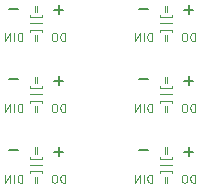
<source format=gbo>
%TF.GenerationSoftware,KiCad,Pcbnew,8.0.0*%
%TF.CreationDate,2024-03-11T21:29:40-07:00*%
%TF.ProjectId,Pinlight_panel,50696e6c-6967-4687-945f-70616e656c2e,rev?*%
%TF.SameCoordinates,Original*%
%TF.FileFunction,Legend,Bot*%
%TF.FilePolarity,Positive*%
%FSLAX46Y46*%
G04 Gerber Fmt 4.6, Leading zero omitted, Abs format (unit mm)*
G04 Created by KiCad (PCBNEW 8.0.0) date 2024-03-11 21:29:40*
%MOMM*%
%LPD*%
G01*
G04 APERTURE LIST*
%ADD10C,0.200000*%
%ADD11C,0.100000*%
%ADD12C,1.100000*%
%ADD13C,0.500000*%
%ADD14C,1.000000*%
G04 APERTURE END LIST*
D10*
X155519048Y-27870766D02*
X156280953Y-27870766D01*
X155900000Y-28251719D02*
X155900000Y-27489814D01*
D11*
X156449999Y-42518133D02*
X156449999Y-41818133D01*
X156449999Y-41818133D02*
X156283332Y-41818133D01*
X156283332Y-41818133D02*
X156183332Y-41851466D01*
X156183332Y-41851466D02*
X156116666Y-41918133D01*
X156116666Y-41918133D02*
X156083332Y-41984800D01*
X156083332Y-41984800D02*
X156049999Y-42118133D01*
X156049999Y-42118133D02*
X156049999Y-42218133D01*
X156049999Y-42218133D02*
X156083332Y-42351466D01*
X156083332Y-42351466D02*
X156116666Y-42418133D01*
X156116666Y-42418133D02*
X156183332Y-42484800D01*
X156183332Y-42484800D02*
X156283332Y-42518133D01*
X156283332Y-42518133D02*
X156449999Y-42518133D01*
X155616666Y-41818133D02*
X155483332Y-41818133D01*
X155483332Y-41818133D02*
X155416666Y-41851466D01*
X155416666Y-41851466D02*
X155349999Y-41918133D01*
X155349999Y-41918133D02*
X155316666Y-42051466D01*
X155316666Y-42051466D02*
X155316666Y-42284800D01*
X155316666Y-42284800D02*
X155349999Y-42418133D01*
X155349999Y-42418133D02*
X155416666Y-42484800D01*
X155416666Y-42484800D02*
X155483332Y-42518133D01*
X155483332Y-42518133D02*
X155616666Y-42518133D01*
X155616666Y-42518133D02*
X155683332Y-42484800D01*
X155683332Y-42484800D02*
X155749999Y-42418133D01*
X155749999Y-42418133D02*
X155783332Y-42284800D01*
X155783332Y-42284800D02*
X155783332Y-42051466D01*
X155783332Y-42051466D02*
X155749999Y-41918133D01*
X155749999Y-41918133D02*
X155683332Y-41851466D01*
X155683332Y-41851466D02*
X155616666Y-41818133D01*
X143089200Y-42528711D02*
X143089200Y-41995378D01*
X142889200Y-41995378D02*
X142889200Y-42528711D01*
X142489200Y-41728711D02*
X142489200Y-41562044D01*
X142489200Y-41562044D02*
X143489200Y-41562044D01*
X143489200Y-41562044D02*
X143489200Y-41728711D01*
X142489200Y-41028710D02*
X143489200Y-41028710D01*
X142489200Y-40328710D02*
X142489200Y-40495377D01*
X142489200Y-40495377D02*
X143489200Y-40495377D01*
X143489200Y-40495377D02*
X143489200Y-40328710D01*
X143089200Y-40062043D02*
X143089200Y-39528710D01*
X142889200Y-39528710D02*
X142889200Y-40062043D01*
X141816666Y-30518133D02*
X141816666Y-29818133D01*
X141816666Y-29818133D02*
X141649999Y-29818133D01*
X141649999Y-29818133D02*
X141549999Y-29851466D01*
X141549999Y-29851466D02*
X141483333Y-29918133D01*
X141483333Y-29918133D02*
X141449999Y-29984800D01*
X141449999Y-29984800D02*
X141416666Y-30118133D01*
X141416666Y-30118133D02*
X141416666Y-30218133D01*
X141416666Y-30218133D02*
X141449999Y-30351466D01*
X141449999Y-30351466D02*
X141483333Y-30418133D01*
X141483333Y-30418133D02*
X141549999Y-30484800D01*
X141549999Y-30484800D02*
X141649999Y-30518133D01*
X141649999Y-30518133D02*
X141816666Y-30518133D01*
X141116666Y-30518133D02*
X141116666Y-29818133D01*
X140783333Y-30518133D02*
X140783333Y-29818133D01*
X140783333Y-29818133D02*
X140383333Y-30518133D01*
X140383333Y-30518133D02*
X140383333Y-29818133D01*
D10*
X151719048Y-27770766D02*
X152480953Y-27770766D01*
X151719048Y-33770766D02*
X152480953Y-33770766D01*
X140719048Y-39770766D02*
X141480953Y-39770766D01*
X151719048Y-39770766D02*
X152480953Y-39770766D01*
D11*
X154089200Y-30528711D02*
X154089200Y-29995378D01*
X153889200Y-29995378D02*
X153889200Y-30528711D01*
X153489200Y-29728711D02*
X153489200Y-29562044D01*
X153489200Y-29562044D02*
X154489200Y-29562044D01*
X154489200Y-29562044D02*
X154489200Y-29728711D01*
X153489200Y-29028710D02*
X154489200Y-29028710D01*
X153489200Y-28328710D02*
X153489200Y-28495377D01*
X153489200Y-28495377D02*
X154489200Y-28495377D01*
X154489200Y-28495377D02*
X154489200Y-28328710D01*
X154089200Y-28062043D02*
X154089200Y-27528710D01*
X153889200Y-27528710D02*
X153889200Y-28062043D01*
D10*
X155519048Y-39870766D02*
X156280953Y-39870766D01*
X155900000Y-40251719D02*
X155900000Y-39489814D01*
X140719048Y-33770766D02*
X141480953Y-33770766D01*
D11*
X145449999Y-30518133D02*
X145449999Y-29818133D01*
X145449999Y-29818133D02*
X145283332Y-29818133D01*
X145283332Y-29818133D02*
X145183332Y-29851466D01*
X145183332Y-29851466D02*
X145116666Y-29918133D01*
X145116666Y-29918133D02*
X145083332Y-29984800D01*
X145083332Y-29984800D02*
X145049999Y-30118133D01*
X145049999Y-30118133D02*
X145049999Y-30218133D01*
X145049999Y-30218133D02*
X145083332Y-30351466D01*
X145083332Y-30351466D02*
X145116666Y-30418133D01*
X145116666Y-30418133D02*
X145183332Y-30484800D01*
X145183332Y-30484800D02*
X145283332Y-30518133D01*
X145283332Y-30518133D02*
X145449999Y-30518133D01*
X144616666Y-29818133D02*
X144483332Y-29818133D01*
X144483332Y-29818133D02*
X144416666Y-29851466D01*
X144416666Y-29851466D02*
X144349999Y-29918133D01*
X144349999Y-29918133D02*
X144316666Y-30051466D01*
X144316666Y-30051466D02*
X144316666Y-30284800D01*
X144316666Y-30284800D02*
X144349999Y-30418133D01*
X144349999Y-30418133D02*
X144416666Y-30484800D01*
X144416666Y-30484800D02*
X144483332Y-30518133D01*
X144483332Y-30518133D02*
X144616666Y-30518133D01*
X144616666Y-30518133D02*
X144683332Y-30484800D01*
X144683332Y-30484800D02*
X144749999Y-30418133D01*
X144749999Y-30418133D02*
X144783332Y-30284800D01*
X144783332Y-30284800D02*
X144783332Y-30051466D01*
X144783332Y-30051466D02*
X144749999Y-29918133D01*
X144749999Y-29918133D02*
X144683332Y-29851466D01*
X144683332Y-29851466D02*
X144616666Y-29818133D01*
X145449999Y-36518133D02*
X145449999Y-35818133D01*
X145449999Y-35818133D02*
X145283332Y-35818133D01*
X145283332Y-35818133D02*
X145183332Y-35851466D01*
X145183332Y-35851466D02*
X145116666Y-35918133D01*
X145116666Y-35918133D02*
X145083332Y-35984800D01*
X145083332Y-35984800D02*
X145049999Y-36118133D01*
X145049999Y-36118133D02*
X145049999Y-36218133D01*
X145049999Y-36218133D02*
X145083332Y-36351466D01*
X145083332Y-36351466D02*
X145116666Y-36418133D01*
X145116666Y-36418133D02*
X145183332Y-36484800D01*
X145183332Y-36484800D02*
X145283332Y-36518133D01*
X145283332Y-36518133D02*
X145449999Y-36518133D01*
X144616666Y-35818133D02*
X144483332Y-35818133D01*
X144483332Y-35818133D02*
X144416666Y-35851466D01*
X144416666Y-35851466D02*
X144349999Y-35918133D01*
X144349999Y-35918133D02*
X144316666Y-36051466D01*
X144316666Y-36051466D02*
X144316666Y-36284800D01*
X144316666Y-36284800D02*
X144349999Y-36418133D01*
X144349999Y-36418133D02*
X144416666Y-36484800D01*
X144416666Y-36484800D02*
X144483332Y-36518133D01*
X144483332Y-36518133D02*
X144616666Y-36518133D01*
X144616666Y-36518133D02*
X144683332Y-36484800D01*
X144683332Y-36484800D02*
X144749999Y-36418133D01*
X144749999Y-36418133D02*
X144783332Y-36284800D01*
X144783332Y-36284800D02*
X144783332Y-36051466D01*
X144783332Y-36051466D02*
X144749999Y-35918133D01*
X144749999Y-35918133D02*
X144683332Y-35851466D01*
X144683332Y-35851466D02*
X144616666Y-35818133D01*
D10*
X155519048Y-33870766D02*
X156280953Y-33870766D01*
X155900000Y-34251719D02*
X155900000Y-33489814D01*
D11*
X152816666Y-30518133D02*
X152816666Y-29818133D01*
X152816666Y-29818133D02*
X152649999Y-29818133D01*
X152649999Y-29818133D02*
X152549999Y-29851466D01*
X152549999Y-29851466D02*
X152483333Y-29918133D01*
X152483333Y-29918133D02*
X152449999Y-29984800D01*
X152449999Y-29984800D02*
X152416666Y-30118133D01*
X152416666Y-30118133D02*
X152416666Y-30218133D01*
X152416666Y-30218133D02*
X152449999Y-30351466D01*
X152449999Y-30351466D02*
X152483333Y-30418133D01*
X152483333Y-30418133D02*
X152549999Y-30484800D01*
X152549999Y-30484800D02*
X152649999Y-30518133D01*
X152649999Y-30518133D02*
X152816666Y-30518133D01*
X152116666Y-30518133D02*
X152116666Y-29818133D01*
X151783333Y-30518133D02*
X151783333Y-29818133D01*
X151783333Y-29818133D02*
X151383333Y-30518133D01*
X151383333Y-30518133D02*
X151383333Y-29818133D01*
X156449999Y-36518133D02*
X156449999Y-35818133D01*
X156449999Y-35818133D02*
X156283332Y-35818133D01*
X156283332Y-35818133D02*
X156183332Y-35851466D01*
X156183332Y-35851466D02*
X156116666Y-35918133D01*
X156116666Y-35918133D02*
X156083332Y-35984800D01*
X156083332Y-35984800D02*
X156049999Y-36118133D01*
X156049999Y-36118133D02*
X156049999Y-36218133D01*
X156049999Y-36218133D02*
X156083332Y-36351466D01*
X156083332Y-36351466D02*
X156116666Y-36418133D01*
X156116666Y-36418133D02*
X156183332Y-36484800D01*
X156183332Y-36484800D02*
X156283332Y-36518133D01*
X156283332Y-36518133D02*
X156449999Y-36518133D01*
X155616666Y-35818133D02*
X155483332Y-35818133D01*
X155483332Y-35818133D02*
X155416666Y-35851466D01*
X155416666Y-35851466D02*
X155349999Y-35918133D01*
X155349999Y-35918133D02*
X155316666Y-36051466D01*
X155316666Y-36051466D02*
X155316666Y-36284800D01*
X155316666Y-36284800D02*
X155349999Y-36418133D01*
X155349999Y-36418133D02*
X155416666Y-36484800D01*
X155416666Y-36484800D02*
X155483332Y-36518133D01*
X155483332Y-36518133D02*
X155616666Y-36518133D01*
X155616666Y-36518133D02*
X155683332Y-36484800D01*
X155683332Y-36484800D02*
X155749999Y-36418133D01*
X155749999Y-36418133D02*
X155783332Y-36284800D01*
X155783332Y-36284800D02*
X155783332Y-36051466D01*
X155783332Y-36051466D02*
X155749999Y-35918133D01*
X155749999Y-35918133D02*
X155683332Y-35851466D01*
X155683332Y-35851466D02*
X155616666Y-35818133D01*
X154089200Y-42528711D02*
X154089200Y-41995378D01*
X153889200Y-41995378D02*
X153889200Y-42528711D01*
X153489200Y-41728711D02*
X153489200Y-41562044D01*
X153489200Y-41562044D02*
X154489200Y-41562044D01*
X154489200Y-41562044D02*
X154489200Y-41728711D01*
X153489200Y-41028710D02*
X154489200Y-41028710D01*
X153489200Y-40328710D02*
X153489200Y-40495377D01*
X153489200Y-40495377D02*
X154489200Y-40495377D01*
X154489200Y-40495377D02*
X154489200Y-40328710D01*
X154089200Y-40062043D02*
X154089200Y-39528710D01*
X153889200Y-39528710D02*
X153889200Y-40062043D01*
X152816666Y-36518133D02*
X152816666Y-35818133D01*
X152816666Y-35818133D02*
X152649999Y-35818133D01*
X152649999Y-35818133D02*
X152549999Y-35851466D01*
X152549999Y-35851466D02*
X152483333Y-35918133D01*
X152483333Y-35918133D02*
X152449999Y-35984800D01*
X152449999Y-35984800D02*
X152416666Y-36118133D01*
X152416666Y-36118133D02*
X152416666Y-36218133D01*
X152416666Y-36218133D02*
X152449999Y-36351466D01*
X152449999Y-36351466D02*
X152483333Y-36418133D01*
X152483333Y-36418133D02*
X152549999Y-36484800D01*
X152549999Y-36484800D02*
X152649999Y-36518133D01*
X152649999Y-36518133D02*
X152816666Y-36518133D01*
X152116666Y-36518133D02*
X152116666Y-35818133D01*
X151783333Y-36518133D02*
X151783333Y-35818133D01*
X151783333Y-35818133D02*
X151383333Y-36518133D01*
X151383333Y-36518133D02*
X151383333Y-35818133D01*
X143089200Y-30528711D02*
X143089200Y-29995378D01*
X142889200Y-29995378D02*
X142889200Y-30528711D01*
X142489200Y-29728711D02*
X142489200Y-29562044D01*
X142489200Y-29562044D02*
X143489200Y-29562044D01*
X143489200Y-29562044D02*
X143489200Y-29728711D01*
X142489200Y-29028710D02*
X143489200Y-29028710D01*
X142489200Y-28328710D02*
X142489200Y-28495377D01*
X142489200Y-28495377D02*
X143489200Y-28495377D01*
X143489200Y-28495377D02*
X143489200Y-28328710D01*
X143089200Y-28062043D02*
X143089200Y-27528710D01*
X142889200Y-27528710D02*
X142889200Y-28062043D01*
X141816666Y-42518133D02*
X141816666Y-41818133D01*
X141816666Y-41818133D02*
X141649999Y-41818133D01*
X141649999Y-41818133D02*
X141549999Y-41851466D01*
X141549999Y-41851466D02*
X141483333Y-41918133D01*
X141483333Y-41918133D02*
X141449999Y-41984800D01*
X141449999Y-41984800D02*
X141416666Y-42118133D01*
X141416666Y-42118133D02*
X141416666Y-42218133D01*
X141416666Y-42218133D02*
X141449999Y-42351466D01*
X141449999Y-42351466D02*
X141483333Y-42418133D01*
X141483333Y-42418133D02*
X141549999Y-42484800D01*
X141549999Y-42484800D02*
X141649999Y-42518133D01*
X141649999Y-42518133D02*
X141816666Y-42518133D01*
X141116666Y-42518133D02*
X141116666Y-41818133D01*
X140783333Y-42518133D02*
X140783333Y-41818133D01*
X140783333Y-41818133D02*
X140383333Y-42518133D01*
X140383333Y-42518133D02*
X140383333Y-41818133D01*
X156449999Y-30518133D02*
X156449999Y-29818133D01*
X156449999Y-29818133D02*
X156283332Y-29818133D01*
X156283332Y-29818133D02*
X156183332Y-29851466D01*
X156183332Y-29851466D02*
X156116666Y-29918133D01*
X156116666Y-29918133D02*
X156083332Y-29984800D01*
X156083332Y-29984800D02*
X156049999Y-30118133D01*
X156049999Y-30118133D02*
X156049999Y-30218133D01*
X156049999Y-30218133D02*
X156083332Y-30351466D01*
X156083332Y-30351466D02*
X156116666Y-30418133D01*
X156116666Y-30418133D02*
X156183332Y-30484800D01*
X156183332Y-30484800D02*
X156283332Y-30518133D01*
X156283332Y-30518133D02*
X156449999Y-30518133D01*
X155616666Y-29818133D02*
X155483332Y-29818133D01*
X155483332Y-29818133D02*
X155416666Y-29851466D01*
X155416666Y-29851466D02*
X155349999Y-29918133D01*
X155349999Y-29918133D02*
X155316666Y-30051466D01*
X155316666Y-30051466D02*
X155316666Y-30284800D01*
X155316666Y-30284800D02*
X155349999Y-30418133D01*
X155349999Y-30418133D02*
X155416666Y-30484800D01*
X155416666Y-30484800D02*
X155483332Y-30518133D01*
X155483332Y-30518133D02*
X155616666Y-30518133D01*
X155616666Y-30518133D02*
X155683332Y-30484800D01*
X155683332Y-30484800D02*
X155749999Y-30418133D01*
X155749999Y-30418133D02*
X155783332Y-30284800D01*
X155783332Y-30284800D02*
X155783332Y-30051466D01*
X155783332Y-30051466D02*
X155749999Y-29918133D01*
X155749999Y-29918133D02*
X155683332Y-29851466D01*
X155683332Y-29851466D02*
X155616666Y-29818133D01*
X145449999Y-42518133D02*
X145449999Y-41818133D01*
X145449999Y-41818133D02*
X145283332Y-41818133D01*
X145283332Y-41818133D02*
X145183332Y-41851466D01*
X145183332Y-41851466D02*
X145116666Y-41918133D01*
X145116666Y-41918133D02*
X145083332Y-41984800D01*
X145083332Y-41984800D02*
X145049999Y-42118133D01*
X145049999Y-42118133D02*
X145049999Y-42218133D01*
X145049999Y-42218133D02*
X145083332Y-42351466D01*
X145083332Y-42351466D02*
X145116666Y-42418133D01*
X145116666Y-42418133D02*
X145183332Y-42484800D01*
X145183332Y-42484800D02*
X145283332Y-42518133D01*
X145283332Y-42518133D02*
X145449999Y-42518133D01*
X144616666Y-41818133D02*
X144483332Y-41818133D01*
X144483332Y-41818133D02*
X144416666Y-41851466D01*
X144416666Y-41851466D02*
X144349999Y-41918133D01*
X144349999Y-41918133D02*
X144316666Y-42051466D01*
X144316666Y-42051466D02*
X144316666Y-42284800D01*
X144316666Y-42284800D02*
X144349999Y-42418133D01*
X144349999Y-42418133D02*
X144416666Y-42484800D01*
X144416666Y-42484800D02*
X144483332Y-42518133D01*
X144483332Y-42518133D02*
X144616666Y-42518133D01*
X144616666Y-42518133D02*
X144683332Y-42484800D01*
X144683332Y-42484800D02*
X144749999Y-42418133D01*
X144749999Y-42418133D02*
X144783332Y-42284800D01*
X144783332Y-42284800D02*
X144783332Y-42051466D01*
X144783332Y-42051466D02*
X144749999Y-41918133D01*
X144749999Y-41918133D02*
X144683332Y-41851466D01*
X144683332Y-41851466D02*
X144616666Y-41818133D01*
X143089200Y-36528711D02*
X143089200Y-35995378D01*
X142889200Y-35995378D02*
X142889200Y-36528711D01*
X142489200Y-35728711D02*
X142489200Y-35562044D01*
X142489200Y-35562044D02*
X143489200Y-35562044D01*
X143489200Y-35562044D02*
X143489200Y-35728711D01*
X142489200Y-35028710D02*
X143489200Y-35028710D01*
X142489200Y-34328710D02*
X142489200Y-34495377D01*
X142489200Y-34495377D02*
X143489200Y-34495377D01*
X143489200Y-34495377D02*
X143489200Y-34328710D01*
X143089200Y-34062043D02*
X143089200Y-33528710D01*
X142889200Y-33528710D02*
X142889200Y-34062043D01*
D10*
X140719048Y-27770766D02*
X141480953Y-27770766D01*
X144519048Y-33870766D02*
X145280953Y-33870766D01*
X144900000Y-34251719D02*
X144900000Y-33489814D01*
D11*
X152816666Y-42518133D02*
X152816666Y-41818133D01*
X152816666Y-41818133D02*
X152649999Y-41818133D01*
X152649999Y-41818133D02*
X152549999Y-41851466D01*
X152549999Y-41851466D02*
X152483333Y-41918133D01*
X152483333Y-41918133D02*
X152449999Y-41984800D01*
X152449999Y-41984800D02*
X152416666Y-42118133D01*
X152416666Y-42118133D02*
X152416666Y-42218133D01*
X152416666Y-42218133D02*
X152449999Y-42351466D01*
X152449999Y-42351466D02*
X152483333Y-42418133D01*
X152483333Y-42418133D02*
X152549999Y-42484800D01*
X152549999Y-42484800D02*
X152649999Y-42518133D01*
X152649999Y-42518133D02*
X152816666Y-42518133D01*
X152116666Y-42518133D02*
X152116666Y-41818133D01*
X151783333Y-42518133D02*
X151783333Y-41818133D01*
X151783333Y-41818133D02*
X151383333Y-42518133D01*
X151383333Y-42518133D02*
X151383333Y-41818133D01*
D10*
X144519048Y-27870766D02*
X145280953Y-27870766D01*
X144900000Y-28251719D02*
X144900000Y-27489814D01*
D11*
X154089200Y-36528711D02*
X154089200Y-35995378D01*
X153889200Y-35995378D02*
X153889200Y-36528711D01*
X153489200Y-35728711D02*
X153489200Y-35562044D01*
X153489200Y-35562044D02*
X154489200Y-35562044D01*
X154489200Y-35562044D02*
X154489200Y-35728711D01*
X153489200Y-35028710D02*
X154489200Y-35028710D01*
X153489200Y-34328710D02*
X153489200Y-34495377D01*
X153489200Y-34495377D02*
X154489200Y-34495377D01*
X154489200Y-34495377D02*
X154489200Y-34328710D01*
X154089200Y-34062043D02*
X154089200Y-33528710D01*
X153889200Y-33528710D02*
X153889200Y-34062043D01*
D10*
X144519048Y-39870766D02*
X145280953Y-39870766D01*
X144900000Y-40251719D02*
X144900000Y-39489814D01*
D11*
X141816666Y-36518133D02*
X141816666Y-35818133D01*
X141816666Y-35818133D02*
X141649999Y-35818133D01*
X141649999Y-35818133D02*
X141549999Y-35851466D01*
X141549999Y-35851466D02*
X141483333Y-35918133D01*
X141483333Y-35918133D02*
X141449999Y-35984800D01*
X141449999Y-35984800D02*
X141416666Y-36118133D01*
X141416666Y-36118133D02*
X141416666Y-36218133D01*
X141416666Y-36218133D02*
X141449999Y-36351466D01*
X141449999Y-36351466D02*
X141483333Y-36418133D01*
X141483333Y-36418133D02*
X141549999Y-36484800D01*
X141549999Y-36484800D02*
X141649999Y-36518133D01*
X141649999Y-36518133D02*
X141816666Y-36518133D01*
X141116666Y-36518133D02*
X141116666Y-35818133D01*
X140783333Y-36518133D02*
X140783333Y-35818133D01*
X140783333Y-35818133D02*
X140383333Y-36518133D01*
X140383333Y-36518133D02*
X140383333Y-35818133D01*
%LPC*%
D12*
%TO.C,KiKit_TO_3*%
X142500000Y-47499500D03*
%TD*%
D13*
%TO.C,KiKit_MB_12_2*%
X154000000Y-42999500D03*
%TD*%
%TO.C,KiKit_MB_3_2*%
X154000000Y-26999979D03*
%TD*%
%TO.C,KiKit_MB_2_3*%
X142000000Y-30999500D03*
%TD*%
D14*
%TO.C,H2*%
X146700000Y-42199500D03*
%TD*%
D13*
%TO.C,KiKit_MB_9_3*%
X144000000Y-38999851D03*
%TD*%
D14*
%TO.C,H4*%
X139300000Y-39799500D03*
%TD*%
D12*
%TO.C,KiKit_TO_4*%
X154500000Y-47499500D03*
%TD*%
%TO.C,KiKit_TO_1*%
X142500000Y-22500000D03*
%TD*%
D13*
%TO.C,KiKit_MB_11_1*%
X153000000Y-39000106D03*
%TD*%
%TO.C,KiKit_MB_11_2*%
X154000000Y-38999978D03*
%TD*%
%TO.C,KiKit_MB_1_2*%
X143000000Y-26999979D03*
%TD*%
%TO.C,KiKit_MB_1_1*%
X142000000Y-27000107D03*
%TD*%
D14*
%TO.C,H1*%
X146700000Y-33799500D03*
%TD*%
D13*
%TO.C,KiKit_MB_7_2*%
X154000000Y-32999978D03*
%TD*%
%TO.C,KiKit_MB_6_1*%
X144000000Y-36999500D03*
%TD*%
D14*
%TO.C,H1*%
X146700000Y-39799500D03*
%TD*%
D13*
%TO.C,KiKit_MB_7_1*%
X153000000Y-33000106D03*
%TD*%
%TO.C,KiKit_MB_4_2*%
X154000000Y-30999500D03*
%TD*%
%TO.C,KiKit_MB_1_3*%
X144000000Y-26999852D03*
%TD*%
%TO.C,KiKit_MB_2_2*%
X143000000Y-30999500D03*
%TD*%
D14*
%TO.C,H3*%
X150300000Y-36199500D03*
%TD*%
%TO.C,H3*%
X150300000Y-42199500D03*
%TD*%
D13*
%TO.C,KiKit_MB_11_3*%
X155000000Y-38999851D03*
%TD*%
%TO.C,KiKit_MB_5_2*%
X143000000Y-32999978D03*
%TD*%
D14*
%TO.C,H1*%
X157700000Y-33799500D03*
%TD*%
D13*
%TO.C,KiKit_MB_3_1*%
X153000000Y-27000107D03*
%TD*%
%TO.C,KiKit_MB_6_2*%
X143000000Y-36999500D03*
%TD*%
D14*
%TO.C,H4*%
X150300000Y-27799500D03*
%TD*%
D13*
%TO.C,KiKit_MB_4_1*%
X155000000Y-30999500D03*
%TD*%
%TO.C,KiKit_MB_8_3*%
X153000000Y-36999500D03*
%TD*%
%TO.C,KiKit_MB_8_2*%
X154000000Y-36999500D03*
%TD*%
D14*
%TO.C,H2*%
X146700000Y-36199500D03*
%TD*%
D13*
%TO.C,KiKit_MB_9_1*%
X142000000Y-39000106D03*
%TD*%
D14*
%TO.C,H2*%
X157700000Y-36199500D03*
%TD*%
%TO.C,H3*%
X139300000Y-42199500D03*
%TD*%
%TO.C,H1*%
X157700000Y-39799500D03*
%TD*%
D13*
%TO.C,KiKit_MB_5_1*%
X142000000Y-33000106D03*
%TD*%
%TO.C,KiKit_MB_10_3*%
X142000000Y-42999500D03*
%TD*%
D14*
%TO.C,H3*%
X150300000Y-30199500D03*
%TD*%
%TO.C,H4*%
X139300000Y-33799500D03*
%TD*%
D13*
%TO.C,KiKit_MB_4_3*%
X153000000Y-30999500D03*
%TD*%
D12*
%TO.C,KiKit_TO_2*%
X154500000Y-22500000D03*
%TD*%
D14*
%TO.C,H4*%
X150300000Y-39799500D03*
%TD*%
%TO.C,H1*%
X146700000Y-27799500D03*
%TD*%
D13*
%TO.C,KiKit_MB_10_2*%
X143000000Y-42999500D03*
%TD*%
%TO.C,KiKit_MB_2_1*%
X144000000Y-30999500D03*
%TD*%
%TO.C,KiKit_MB_12_3*%
X153000000Y-42999500D03*
%TD*%
D14*
%TO.C,H2*%
X146700000Y-30199500D03*
%TD*%
D13*
%TO.C,KiKit_MB_7_3*%
X155000000Y-32999851D03*
%TD*%
%TO.C,KiKit_MB_12_1*%
X155000000Y-42999500D03*
%TD*%
%TO.C,KiKit_MB_6_3*%
X142000000Y-36999500D03*
%TD*%
D14*
%TO.C,H1*%
X157700000Y-27799500D03*
%TD*%
D13*
%TO.C,KiKit_MB_3_3*%
X155000000Y-26999852D03*
%TD*%
%TO.C,KiKit_MB_10_1*%
X144000000Y-42999500D03*
%TD*%
D14*
%TO.C,H2*%
X157700000Y-30199500D03*
%TD*%
%TO.C,H3*%
X139300000Y-36199500D03*
%TD*%
D13*
%TO.C,KiKit_MB_5_3*%
X144000000Y-32999851D03*
%TD*%
D14*
%TO.C,H4*%
X150300000Y-33799500D03*
%TD*%
D13*
%TO.C,KiKit_MB_8_1*%
X155000000Y-36999500D03*
%TD*%
%TO.C,KiKit_MB_9_2*%
X143000000Y-38999978D03*
%TD*%
D14*
%TO.C,H3*%
X139300000Y-30199500D03*
%TD*%
%TO.C,H2*%
X157700000Y-42199500D03*
%TD*%
%TO.C,H4*%
X139300000Y-27799500D03*
%TD*%
G36*
X151093039Y-41269185D02*
G01*
X151138794Y-41321989D01*
X151150000Y-41373500D01*
X151150000Y-42875500D01*
X151130315Y-42942539D01*
X151077511Y-42988294D01*
X151026000Y-42999500D01*
X150251719Y-42999500D01*
X150248248Y-42999451D01*
X150177974Y-42997483D01*
X150153852Y-42994423D01*
X150015127Y-42962760D01*
X149988918Y-42953589D01*
X149862300Y-42892613D01*
X149838789Y-42877840D01*
X149728915Y-42790218D01*
X149709281Y-42770584D01*
X149621659Y-42660710D01*
X149606886Y-42637199D01*
X149545910Y-42510581D01*
X149536739Y-42484372D01*
X149505076Y-42345647D01*
X149502016Y-42321523D01*
X149500049Y-42251249D01*
X149500000Y-42247780D01*
X149500000Y-41373500D01*
X149519685Y-41306461D01*
X149572489Y-41260706D01*
X149624000Y-41249500D01*
X151026000Y-41249500D01*
X151093039Y-41269185D01*
G37*
G36*
X140093039Y-41269185D02*
G01*
X140138794Y-41321989D01*
X140150000Y-41373500D01*
X140150000Y-42875500D01*
X140130315Y-42942539D01*
X140077511Y-42988294D01*
X140026000Y-42999500D01*
X139251719Y-42999500D01*
X139248248Y-42999451D01*
X139177974Y-42997483D01*
X139153852Y-42994423D01*
X139015127Y-42962760D01*
X138988918Y-42953589D01*
X138862300Y-42892613D01*
X138838789Y-42877840D01*
X138728915Y-42790218D01*
X138709281Y-42770584D01*
X138621659Y-42660710D01*
X138606886Y-42637199D01*
X138545910Y-42510581D01*
X138536739Y-42484372D01*
X138505076Y-42345647D01*
X138502016Y-42321523D01*
X138500049Y-42251249D01*
X138500000Y-42247780D01*
X138500000Y-41373500D01*
X138519685Y-41306461D01*
X138572489Y-41260706D01*
X138624000Y-41249500D01*
X140026000Y-41249500D01*
X140093039Y-41269185D01*
G37*
G36*
X146751751Y-32999549D02*
G01*
X146822024Y-33001516D01*
X146846147Y-33004576D01*
X146984872Y-33036239D01*
X147011081Y-33045410D01*
X147137699Y-33106386D01*
X147161210Y-33121159D01*
X147271084Y-33208781D01*
X147290718Y-33228415D01*
X147378340Y-33338289D01*
X147393113Y-33361800D01*
X147454089Y-33488418D01*
X147463260Y-33514627D01*
X147494923Y-33653352D01*
X147497983Y-33677474D01*
X147499951Y-33747748D01*
X147500000Y-33751219D01*
X147500000Y-34625500D01*
X147480315Y-34692539D01*
X147427511Y-34738294D01*
X147376000Y-34749500D01*
X145974000Y-34749500D01*
X145906961Y-34729815D01*
X145861206Y-34677011D01*
X145850000Y-34625500D01*
X145850000Y-33123500D01*
X145869685Y-33056461D01*
X145922489Y-33010706D01*
X145974000Y-32999500D01*
X146748281Y-32999500D01*
X146751751Y-32999549D01*
G37*
G36*
X151093039Y-39019185D02*
G01*
X151138794Y-39071989D01*
X151150000Y-39123500D01*
X151150000Y-40625500D01*
X151130315Y-40692539D01*
X151077511Y-40738294D01*
X151026000Y-40749500D01*
X149624000Y-40749500D01*
X149556961Y-40729815D01*
X149511206Y-40677011D01*
X149500000Y-40625500D01*
X149500000Y-39751219D01*
X149500049Y-39747750D01*
X149502016Y-39677476D01*
X149505076Y-39653352D01*
X149536739Y-39514627D01*
X149545910Y-39488418D01*
X149606886Y-39361800D01*
X149621659Y-39338289D01*
X149709281Y-39228415D01*
X149728915Y-39208781D01*
X149838789Y-39121159D01*
X149862300Y-39106386D01*
X149988918Y-39045410D01*
X150015127Y-39036239D01*
X150153852Y-39004576D01*
X150177976Y-39001516D01*
X150248250Y-38999549D01*
X150251719Y-38999500D01*
X151026000Y-38999500D01*
X151093039Y-39019185D01*
G37*
G36*
X140093039Y-39019185D02*
G01*
X140138794Y-39071989D01*
X140150000Y-39123500D01*
X140150000Y-40625500D01*
X140130315Y-40692539D01*
X140077511Y-40738294D01*
X140026000Y-40749500D01*
X138624000Y-40749500D01*
X138556961Y-40729815D01*
X138511206Y-40677011D01*
X138500000Y-40625500D01*
X138500000Y-39751219D01*
X138500049Y-39747750D01*
X138502016Y-39677476D01*
X138505076Y-39653352D01*
X138536739Y-39514627D01*
X138545910Y-39488418D01*
X138606886Y-39361800D01*
X138621659Y-39338289D01*
X138709281Y-39228415D01*
X138728915Y-39208781D01*
X138838789Y-39121159D01*
X138862300Y-39106386D01*
X138988918Y-39045410D01*
X139015127Y-39036239D01*
X139153852Y-39004576D01*
X139177976Y-39001516D01*
X139248250Y-38999549D01*
X139251719Y-38999500D01*
X140026000Y-38999500D01*
X140093039Y-39019185D01*
G37*
G36*
X151093039Y-29269185D02*
G01*
X151138794Y-29321989D01*
X151150000Y-29373500D01*
X151150000Y-30875500D01*
X151130315Y-30942539D01*
X151077511Y-30988294D01*
X151026000Y-30999500D01*
X150251719Y-30999500D01*
X150248248Y-30999451D01*
X150177974Y-30997483D01*
X150153852Y-30994423D01*
X150015127Y-30962760D01*
X149988918Y-30953589D01*
X149862300Y-30892613D01*
X149838789Y-30877840D01*
X149728915Y-30790218D01*
X149709281Y-30770584D01*
X149621659Y-30660710D01*
X149606886Y-30637199D01*
X149545910Y-30510581D01*
X149536739Y-30484372D01*
X149505076Y-30345647D01*
X149502016Y-30321523D01*
X149500049Y-30251249D01*
X149500000Y-30247780D01*
X149500000Y-29373500D01*
X149519685Y-29306461D01*
X149572489Y-29260706D01*
X149624000Y-29249500D01*
X151026000Y-29249500D01*
X151093039Y-29269185D01*
G37*
G36*
X151093039Y-27019185D02*
G01*
X151138794Y-27071989D01*
X151150000Y-27123500D01*
X151150000Y-28625500D01*
X151130315Y-28692539D01*
X151077511Y-28738294D01*
X151026000Y-28749500D01*
X149624000Y-28749500D01*
X149556961Y-28729815D01*
X149511206Y-28677011D01*
X149500000Y-28625500D01*
X149500000Y-27751219D01*
X149500049Y-27747750D01*
X149502016Y-27677476D01*
X149505076Y-27653352D01*
X149536739Y-27514627D01*
X149545910Y-27488418D01*
X149606886Y-27361800D01*
X149621659Y-27338289D01*
X149709281Y-27228415D01*
X149728915Y-27208781D01*
X149838789Y-27121159D01*
X149862300Y-27106386D01*
X149988918Y-27045410D01*
X150015127Y-27036239D01*
X150153852Y-27004576D01*
X150177976Y-27001516D01*
X150248250Y-26999549D01*
X150251719Y-26999500D01*
X151026000Y-26999500D01*
X151093039Y-27019185D01*
G37*
G36*
X147443039Y-35269185D02*
G01*
X147488794Y-35321989D01*
X147500000Y-35373500D01*
X147500000Y-36247780D01*
X147499951Y-36251251D01*
X147497983Y-36321525D01*
X147494923Y-36345647D01*
X147463260Y-36484372D01*
X147454089Y-36510581D01*
X147393113Y-36637199D01*
X147378340Y-36660710D01*
X147290718Y-36770584D01*
X147271084Y-36790218D01*
X147161210Y-36877840D01*
X147137699Y-36892613D01*
X147011081Y-36953589D01*
X146984872Y-36962760D01*
X146846147Y-36994423D01*
X146822025Y-36997483D01*
X146751752Y-36999451D01*
X146748281Y-36999500D01*
X145974000Y-36999500D01*
X145906961Y-36979815D01*
X145861206Y-36927011D01*
X145850000Y-36875500D01*
X145850000Y-35373500D01*
X145869685Y-35306461D01*
X145922489Y-35260706D01*
X145974000Y-35249500D01*
X147376000Y-35249500D01*
X147443039Y-35269185D01*
G37*
G36*
X146751751Y-38999549D02*
G01*
X146822024Y-39001516D01*
X146846147Y-39004576D01*
X146984872Y-39036239D01*
X147011081Y-39045410D01*
X147137699Y-39106386D01*
X147161210Y-39121159D01*
X147271084Y-39208781D01*
X147290718Y-39228415D01*
X147378340Y-39338289D01*
X147393113Y-39361800D01*
X147454089Y-39488418D01*
X147463260Y-39514627D01*
X147494923Y-39653352D01*
X147497983Y-39677474D01*
X147499951Y-39747748D01*
X147500000Y-39751219D01*
X147500000Y-40625500D01*
X147480315Y-40692539D01*
X147427511Y-40738294D01*
X147376000Y-40749500D01*
X145974000Y-40749500D01*
X145906961Y-40729815D01*
X145861206Y-40677011D01*
X145850000Y-40625500D01*
X145850000Y-39123500D01*
X145869685Y-39056461D01*
X145922489Y-39010706D01*
X145974000Y-38999500D01*
X146748281Y-38999500D01*
X146751751Y-38999549D01*
G37*
G36*
X140093039Y-33019185D02*
G01*
X140138794Y-33071989D01*
X140150000Y-33123500D01*
X140150000Y-34625500D01*
X140130315Y-34692539D01*
X140077511Y-34738294D01*
X140026000Y-34749500D01*
X138624000Y-34749500D01*
X138556961Y-34729815D01*
X138511206Y-34677011D01*
X138500000Y-34625500D01*
X138500000Y-33751219D01*
X138500049Y-33747750D01*
X138502016Y-33677476D01*
X138505076Y-33653352D01*
X138536739Y-33514627D01*
X138545910Y-33488418D01*
X138606886Y-33361800D01*
X138621659Y-33338289D01*
X138709281Y-33228415D01*
X138728915Y-33208781D01*
X138838789Y-33121159D01*
X138862300Y-33106386D01*
X138988918Y-33045410D01*
X139015127Y-33036239D01*
X139153852Y-33004576D01*
X139177976Y-33001516D01*
X139248250Y-32999549D01*
X139251719Y-32999500D01*
X140026000Y-32999500D01*
X140093039Y-33019185D01*
G37*
G36*
X158443039Y-35269185D02*
G01*
X158488794Y-35321989D01*
X158500000Y-35373500D01*
X158500000Y-36247780D01*
X158499951Y-36251251D01*
X158497983Y-36321525D01*
X158494923Y-36345647D01*
X158463260Y-36484372D01*
X158454089Y-36510581D01*
X158393113Y-36637199D01*
X158378340Y-36660710D01*
X158290718Y-36770584D01*
X158271084Y-36790218D01*
X158161210Y-36877840D01*
X158137699Y-36892613D01*
X158011081Y-36953589D01*
X157984872Y-36962760D01*
X157846147Y-36994423D01*
X157822025Y-36997483D01*
X157751752Y-36999451D01*
X157748281Y-36999500D01*
X156974000Y-36999500D01*
X156906961Y-36979815D01*
X156861206Y-36927011D01*
X156850000Y-36875500D01*
X156850000Y-35373500D01*
X156869685Y-35306461D01*
X156922489Y-35260706D01*
X156974000Y-35249500D01*
X158376000Y-35249500D01*
X158443039Y-35269185D01*
G37*
G36*
X140093039Y-27019185D02*
G01*
X140138794Y-27071989D01*
X140150000Y-27123500D01*
X140150000Y-28625500D01*
X140130315Y-28692539D01*
X140077511Y-28738294D01*
X140026000Y-28749500D01*
X138624000Y-28749500D01*
X138556961Y-28729815D01*
X138511206Y-28677011D01*
X138500000Y-28625500D01*
X138500000Y-27751219D01*
X138500049Y-27747750D01*
X138502016Y-27677476D01*
X138505076Y-27653352D01*
X138536739Y-27514627D01*
X138545910Y-27488418D01*
X138606886Y-27361800D01*
X138621659Y-27338289D01*
X138709281Y-27228415D01*
X138728915Y-27208781D01*
X138838789Y-27121159D01*
X138862300Y-27106386D01*
X138988918Y-27045410D01*
X139015127Y-27036239D01*
X139153852Y-27004576D01*
X139177976Y-27001516D01*
X139248250Y-26999549D01*
X139251719Y-26999500D01*
X140026000Y-26999500D01*
X140093039Y-27019185D01*
G37*
G36*
X146751751Y-26999549D02*
G01*
X146822024Y-27001516D01*
X146846147Y-27004576D01*
X146984872Y-27036239D01*
X147011081Y-27045410D01*
X147137699Y-27106386D01*
X147161210Y-27121159D01*
X147271084Y-27208781D01*
X147290718Y-27228415D01*
X147378340Y-27338289D01*
X147393113Y-27361800D01*
X147454089Y-27488418D01*
X147463260Y-27514627D01*
X147494923Y-27653352D01*
X147497983Y-27677474D01*
X147499951Y-27747748D01*
X147500000Y-27751219D01*
X147500000Y-28625500D01*
X147480315Y-28692539D01*
X147427511Y-28738294D01*
X147376000Y-28749500D01*
X145974000Y-28749500D01*
X145906961Y-28729815D01*
X145861206Y-28677011D01*
X145850000Y-28625500D01*
X145850000Y-27123500D01*
X145869685Y-27056461D01*
X145922489Y-27010706D01*
X145974000Y-26999500D01*
X146748281Y-26999500D01*
X146751751Y-26999549D01*
G37*
G36*
X151093039Y-35269185D02*
G01*
X151138794Y-35321989D01*
X151150000Y-35373500D01*
X151150000Y-36875500D01*
X151130315Y-36942539D01*
X151077511Y-36988294D01*
X151026000Y-36999500D01*
X150251719Y-36999500D01*
X150248248Y-36999451D01*
X150177974Y-36997483D01*
X150153852Y-36994423D01*
X150015127Y-36962760D01*
X149988918Y-36953589D01*
X149862300Y-36892613D01*
X149838789Y-36877840D01*
X149728915Y-36790218D01*
X149709281Y-36770584D01*
X149621659Y-36660710D01*
X149606886Y-36637199D01*
X149545910Y-36510581D01*
X149536739Y-36484372D01*
X149505076Y-36345647D01*
X149502016Y-36321523D01*
X149500049Y-36251249D01*
X149500000Y-36247780D01*
X149500000Y-35373500D01*
X149519685Y-35306461D01*
X149572489Y-35260706D01*
X149624000Y-35249500D01*
X151026000Y-35249500D01*
X151093039Y-35269185D01*
G37*
G36*
X158443039Y-29269185D02*
G01*
X158488794Y-29321989D01*
X158500000Y-29373500D01*
X158500000Y-30247780D01*
X158499951Y-30251251D01*
X158497983Y-30321525D01*
X158494923Y-30345647D01*
X158463260Y-30484372D01*
X158454089Y-30510581D01*
X158393113Y-30637199D01*
X158378340Y-30660710D01*
X158290718Y-30770584D01*
X158271084Y-30790218D01*
X158161210Y-30877840D01*
X158137699Y-30892613D01*
X158011081Y-30953589D01*
X157984872Y-30962760D01*
X157846147Y-30994423D01*
X157822025Y-30997483D01*
X157751752Y-30999451D01*
X157748281Y-30999500D01*
X156974000Y-30999500D01*
X156906961Y-30979815D01*
X156861206Y-30927011D01*
X156850000Y-30875500D01*
X156850000Y-29373500D01*
X156869685Y-29306461D01*
X156922489Y-29260706D01*
X156974000Y-29249500D01*
X158376000Y-29249500D01*
X158443039Y-29269185D01*
G37*
G36*
X157751751Y-32999549D02*
G01*
X157822024Y-33001516D01*
X157846147Y-33004576D01*
X157984872Y-33036239D01*
X158011081Y-33045410D01*
X158137699Y-33106386D01*
X158161210Y-33121159D01*
X158271084Y-33208781D01*
X158290718Y-33228415D01*
X158378340Y-33338289D01*
X158393113Y-33361800D01*
X158454089Y-33488418D01*
X158463260Y-33514627D01*
X158494923Y-33653352D01*
X158497983Y-33677474D01*
X158499951Y-33747748D01*
X158500000Y-33751219D01*
X158500000Y-34625500D01*
X158480315Y-34692539D01*
X158427511Y-34738294D01*
X158376000Y-34749500D01*
X156974000Y-34749500D01*
X156906961Y-34729815D01*
X156861206Y-34677011D01*
X156850000Y-34625500D01*
X156850000Y-33123500D01*
X156869685Y-33056461D01*
X156922489Y-33010706D01*
X156974000Y-32999500D01*
X157748281Y-32999500D01*
X157751751Y-32999549D01*
G37*
G36*
X151093039Y-33019185D02*
G01*
X151138794Y-33071989D01*
X151150000Y-33123500D01*
X151150000Y-34625500D01*
X151130315Y-34692539D01*
X151077511Y-34738294D01*
X151026000Y-34749500D01*
X149624000Y-34749500D01*
X149556961Y-34729815D01*
X149511206Y-34677011D01*
X149500000Y-34625500D01*
X149500000Y-33751219D01*
X149500049Y-33747750D01*
X149502016Y-33677476D01*
X149505076Y-33653352D01*
X149536739Y-33514627D01*
X149545910Y-33488418D01*
X149606886Y-33361800D01*
X149621659Y-33338289D01*
X149709281Y-33228415D01*
X149728915Y-33208781D01*
X149838789Y-33121159D01*
X149862300Y-33106386D01*
X149988918Y-33045410D01*
X150015127Y-33036239D01*
X150153852Y-33004576D01*
X150177976Y-33001516D01*
X150248250Y-32999549D01*
X150251719Y-32999500D01*
X151026000Y-32999500D01*
X151093039Y-33019185D01*
G37*
G36*
X147443039Y-41269185D02*
G01*
X147488794Y-41321989D01*
X147500000Y-41373500D01*
X147500000Y-42247780D01*
X147499951Y-42251251D01*
X147497983Y-42321525D01*
X147494923Y-42345647D01*
X147463260Y-42484372D01*
X147454089Y-42510581D01*
X147393113Y-42637199D01*
X147378340Y-42660710D01*
X147290718Y-42770584D01*
X147271084Y-42790218D01*
X147161210Y-42877840D01*
X147137699Y-42892613D01*
X147011081Y-42953589D01*
X146984872Y-42962760D01*
X146846147Y-42994423D01*
X146822025Y-42997483D01*
X146751752Y-42999451D01*
X146748281Y-42999500D01*
X145974000Y-42999500D01*
X145906961Y-42979815D01*
X145861206Y-42927011D01*
X145850000Y-42875500D01*
X145850000Y-41373500D01*
X145869685Y-41306461D01*
X145922489Y-41260706D01*
X145974000Y-41249500D01*
X147376000Y-41249500D01*
X147443039Y-41269185D01*
G37*
G36*
X140093039Y-35269185D02*
G01*
X140138794Y-35321989D01*
X140150000Y-35373500D01*
X140150000Y-36875500D01*
X140130315Y-36942539D01*
X140077511Y-36988294D01*
X140026000Y-36999500D01*
X139251719Y-36999500D01*
X139248248Y-36999451D01*
X139177974Y-36997483D01*
X139153852Y-36994423D01*
X139015127Y-36962760D01*
X138988918Y-36953589D01*
X138862300Y-36892613D01*
X138838789Y-36877840D01*
X138728915Y-36790218D01*
X138709281Y-36770584D01*
X138621659Y-36660710D01*
X138606886Y-36637199D01*
X138545910Y-36510581D01*
X138536739Y-36484372D01*
X138505076Y-36345647D01*
X138502016Y-36321523D01*
X138500049Y-36251249D01*
X138500000Y-36247780D01*
X138500000Y-35373500D01*
X138519685Y-35306461D01*
X138572489Y-35260706D01*
X138624000Y-35249500D01*
X140026000Y-35249500D01*
X140093039Y-35269185D01*
G37*
G36*
X147443039Y-29269185D02*
G01*
X147488794Y-29321989D01*
X147500000Y-29373500D01*
X147500000Y-30247780D01*
X147499951Y-30251251D01*
X147497983Y-30321525D01*
X147494923Y-30345647D01*
X147463260Y-30484372D01*
X147454089Y-30510581D01*
X147393113Y-30637199D01*
X147378340Y-30660710D01*
X147290718Y-30770584D01*
X147271084Y-30790218D01*
X147161210Y-30877840D01*
X147137699Y-30892613D01*
X147011081Y-30953589D01*
X146984872Y-30962760D01*
X146846147Y-30994423D01*
X146822025Y-30997483D01*
X146751752Y-30999451D01*
X146748281Y-30999500D01*
X145974000Y-30999500D01*
X145906961Y-30979815D01*
X145861206Y-30927011D01*
X145850000Y-30875500D01*
X145850000Y-29373500D01*
X145869685Y-29306461D01*
X145922489Y-29260706D01*
X145974000Y-29249500D01*
X147376000Y-29249500D01*
X147443039Y-29269185D01*
G37*
G36*
X157751751Y-26999549D02*
G01*
X157822024Y-27001516D01*
X157846147Y-27004576D01*
X157984872Y-27036239D01*
X158011081Y-27045410D01*
X158137699Y-27106386D01*
X158161210Y-27121159D01*
X158271084Y-27208781D01*
X158290718Y-27228415D01*
X158378340Y-27338289D01*
X158393113Y-27361800D01*
X158454089Y-27488418D01*
X158463260Y-27514627D01*
X158494923Y-27653352D01*
X158497983Y-27677474D01*
X158499951Y-27747748D01*
X158500000Y-27751219D01*
X158500000Y-28625500D01*
X158480315Y-28692539D01*
X158427511Y-28738294D01*
X158376000Y-28749500D01*
X156974000Y-28749500D01*
X156906961Y-28729815D01*
X156861206Y-28677011D01*
X156850000Y-28625500D01*
X156850000Y-27123500D01*
X156869685Y-27056461D01*
X156922489Y-27010706D01*
X156974000Y-26999500D01*
X157748281Y-26999500D01*
X157751751Y-26999549D01*
G37*
G36*
X157751751Y-38999549D02*
G01*
X157822024Y-39001516D01*
X157846147Y-39004576D01*
X157984872Y-39036239D01*
X158011081Y-39045410D01*
X158137699Y-39106386D01*
X158161210Y-39121159D01*
X158271084Y-39208781D01*
X158290718Y-39228415D01*
X158378340Y-39338289D01*
X158393113Y-39361800D01*
X158454089Y-39488418D01*
X158463260Y-39514627D01*
X158494923Y-39653352D01*
X158497983Y-39677474D01*
X158499951Y-39747748D01*
X158500000Y-39751219D01*
X158500000Y-40625500D01*
X158480315Y-40692539D01*
X158427511Y-40738294D01*
X158376000Y-40749500D01*
X156974000Y-40749500D01*
X156906961Y-40729815D01*
X156861206Y-40677011D01*
X156850000Y-40625500D01*
X156850000Y-39123500D01*
X156869685Y-39056461D01*
X156922489Y-39010706D01*
X156974000Y-38999500D01*
X157748281Y-38999500D01*
X157751751Y-38999549D01*
G37*
G36*
X158443039Y-41269185D02*
G01*
X158488794Y-41321989D01*
X158500000Y-41373500D01*
X158500000Y-42247780D01*
X158499951Y-42251251D01*
X158497983Y-42321525D01*
X158494923Y-42345647D01*
X158463260Y-42484372D01*
X158454089Y-42510581D01*
X158393113Y-42637199D01*
X158378340Y-42660710D01*
X158290718Y-42770584D01*
X158271084Y-42790218D01*
X158161210Y-42877840D01*
X158137699Y-42892613D01*
X158011081Y-42953589D01*
X157984872Y-42962760D01*
X157846147Y-42994423D01*
X157822025Y-42997483D01*
X157751752Y-42999451D01*
X157748281Y-42999500D01*
X156974000Y-42999500D01*
X156906961Y-42979815D01*
X156861206Y-42927011D01*
X156850000Y-42875500D01*
X156850000Y-41373500D01*
X156869685Y-41306461D01*
X156922489Y-41260706D01*
X156974000Y-41249500D01*
X158376000Y-41249500D01*
X158443039Y-41269185D01*
G37*
G36*
X140093039Y-29269185D02*
G01*
X140138794Y-29321989D01*
X140150000Y-29373500D01*
X140150000Y-30875500D01*
X140130315Y-30942539D01*
X140077511Y-30988294D01*
X140026000Y-30999500D01*
X139251719Y-30999500D01*
X139248248Y-30999451D01*
X139177974Y-30997483D01*
X139153852Y-30994423D01*
X139015127Y-30962760D01*
X138988918Y-30953589D01*
X138862300Y-30892613D01*
X138838789Y-30877840D01*
X138728915Y-30790218D01*
X138709281Y-30770584D01*
X138621659Y-30660710D01*
X138606886Y-30637199D01*
X138545910Y-30510581D01*
X138536739Y-30484372D01*
X138505076Y-30345647D01*
X138502016Y-30321523D01*
X138500049Y-30251249D01*
X138500000Y-30247780D01*
X138500000Y-29373500D01*
X138519685Y-29306461D01*
X138572489Y-29260706D01*
X138624000Y-29249500D01*
X140026000Y-29249500D01*
X140093039Y-29269185D01*
G37*
%LPD*%
M02*

</source>
